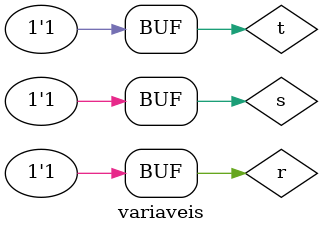
<source format=v>


// VER SUGESTAO NO PROXIMO EXERCICIO

module inicio(output x, input a, input b);
assign x = a&b;
endmodule

module final(output w, input j, input k);
assign w = j&k;
endmodule // -- Neste modulo um dos parametros sera o resultado do modulo anterior.

module variaveis;
reg r, s, t;
wire p, q;

inicio primeiro(p, r, s);
initial begin:start
r=0; s=0;
end

final segundo(q, p, t);
initial begin:starttwo
t=0;
end

initial begin

$display("MILLER - 449048");
$display("AND com 3 entradas, utilizando 2 portas de 2 entradas.");
$display(" ");
$monitor("( %b & %b & %b = %b )", r, s, t, q);

#1 
#1 r=1;
#1 r=1; s=1;
#1 r=0; s=0; t=1;
#1 s=1;
#1 t=0;
#1 r=1; t=1;
#1 r=1; s=1; t=1;

end
endmodule
// -- fim do aplicativo.
</source>
